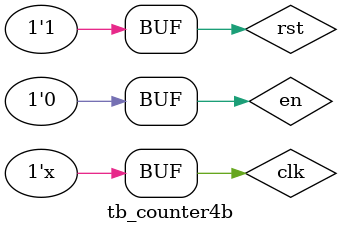
<source format=v>

module counter4b( clk,rst,en,out);
input clk,rst,en;
output [3:0] out;
wire clk, rst,en;
reg [3:0] out;

always@(posedge clk)
begin
	if(rst == 1'b1)
	begin
		out <= 4'b0000;
	end
	else if (en == 1'b1)
	begin
		out <= out + 4'b0001;
	end
end
endmodule
////////////// Test bench to for the counter	///////////////

module tb_counter4b();
reg clk,rst,en;
wire [3:0] outtb;

// Initialise the input signals
initial
begin
	clk<=1'b0;
	rst<=1'b0;
	en<=1'b0;
end

// Instantiation of the Counter4b module

counter4b c1(.clk(clk), .rst(rst), .en(en), .out(outtb));

// Clock signal every 10ns

always #10 clk = ~clk;

// Stimulus for checking the working of counter

initial
begin
	#5 rst <= 1;
	#10 en <= 1;
	
	#10 rst <= 0;
	#10 en <= 1;

	#100 en <= 0;

	#10 rst <= 1;
end
endmodule
	


</source>
